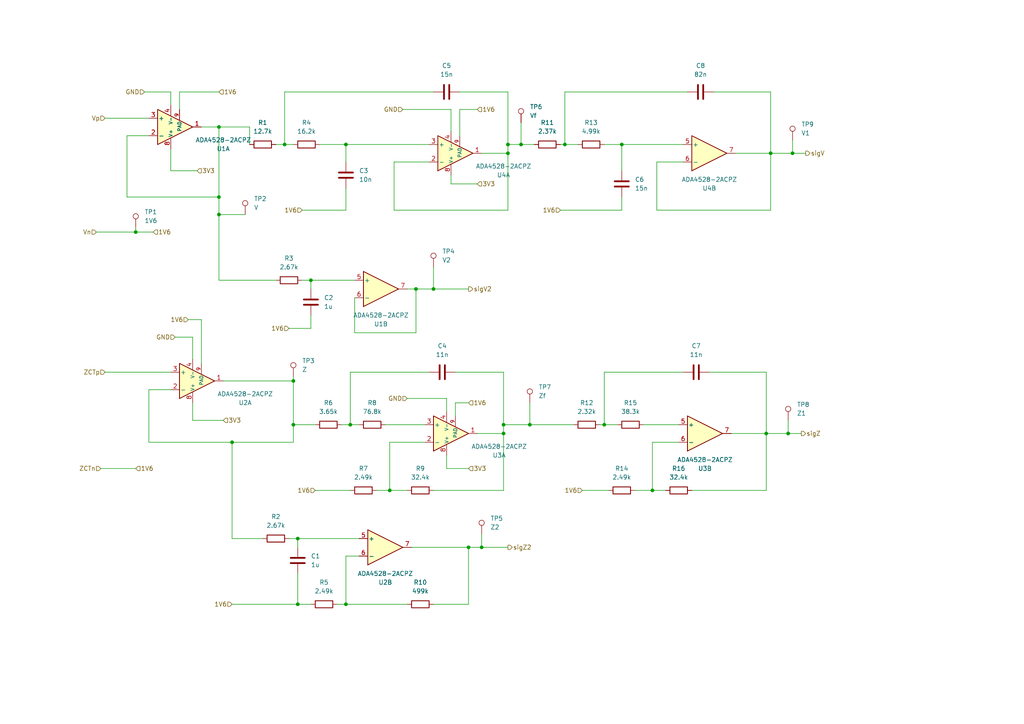
<source format=kicad_sch>
(kicad_sch (version 20231120) (generator "eeschema") (generator_version "8.0")
  (paper "A4")
  (title_block (title "LiveRCMeter") (date "2024-11-24") (company "ktw07182@gmail.com"))
  (lib_symbols
    (symbol "Connector:TestPoint" (pin_numbers hide) (pin_names (offset 0.762) hide)
      (property "Reference" "TP" (at 0 6.858 0))
      (property "Value" "TestPoint" (at 0 5.08 0))
      (symbol "TestPoint_0_1"
        (circle (center 0 3.302) (radius 0.762))
      )
      (symbol "TestPoint_1_1"
        (pin passive line (at 0 0 90) (length 2.54) (name "1") (number "1"))
      )
    )
    (symbol "PCM_Amplifier_Operational_AKL:ADA4528-2ACPZ" (pin_names (offset 0.2))
      (property "Reference" "U" (at 2.54 7.62 0))
      (property "Value" "ADA4528-2ACPZ" (at 2.54 5.08 0))
      (symbol "ADA4528-2ACPZ_0_1"
        (polyline (pts (xy -5.08 5.08) (xy -5.08 -5.08) (xy 5.08 0) (xy -5.08 5.08)) (stroke (width 0.254)) (fill (type background)))
      )
      (symbol "ADA4528-2ACPZ_1_1"
        (pin output line (at 7.62 0 180) (length 2.54) (name "~") (number "1"))
        (pin input line (at -7.62 2.54 0) (length 2.54) (name "-") (number "2"))
        (pin input line (at -7.62 -2.54 0) (length 2.54) (name "+") (number "3"))
        (pin power_in line (at -1.27 -6.35 90) (length 3.18) (name "V-") (number "4"))
        (pin power_in line (at -1.27 6.35 270) (length 3.18) (name "V+") (number "8"))
        (pin power_in line (at 1.27 -5.08 90) (length 3.18) (name "PAD") (number "9"))
      )
      (symbol "ADA4528-2ACPZ_2_1"
        (pin input line (at -7.62 -2.54 0) (length 2.54) (name "+") (number "5"))
        (pin input line (at -7.62 2.54 0) (length 2.54) (name "-") (number "6"))
        (pin output line (at 7.62 0 180) (length 2.54) (name "~") (number "7"))
      )
    )
    (symbol "PCM_Capacitor_AKL:C_0402" (pin_numbers hide) (pin_names (offset 0.254))
      (property "Reference" "C" (at 0.635 2.54 0))
      (property "Value" "C_0402" (at 0.635 -2.54 0))
      (symbol "C_0402_0_1"
        (polyline (pts (xy -2.032 -0.762) (xy 2.032 -0.762)) (stroke (width 0.508)))
        (polyline (pts (xy -2.032 0.762) (xy 2.032 0.762)) (stroke (width 0.508)))
      )
      (symbol "C_0402_0_2"
        (polyline (pts (xy -2.54 -2.54) (xy -0.381 -0.381)))
        (polyline (pts (xy -0.508 -0.508) (xy -1.651 0.635)) (stroke (width 0.508)))
        (polyline (pts (xy -0.508 -0.508) (xy 0.635 -1.651)) (stroke (width 0.508)))
        (polyline (pts (xy 0.381 0.381) (xy 2.54 2.54)))
        (polyline (pts (xy 0.508 0.508) (xy -0.635 1.651)) (stroke (width 0.508)))
        (polyline (pts (xy 0.508 0.508) (xy 1.651 -0.635)) (stroke (width 0.508)))
      )
      (symbol "C_0402_1_1"
        (pin passive line (at 0 3.81 270) (length 2.794) (name "~") (number "1"))
        (pin passive line (at 0 -3.81 90) (length 2.794) (name "~") (number "2"))
      )
      (symbol "C_0402_1_2"
        (pin passive line (at 2.54 2.54 270) (length 0) (name "~") (number "1"))
        (pin passive line (at -2.54 -2.54 90) (length 0) (name "~") (number "2"))
      )
    )
    (symbol "PCM_Resistor_AKL:R_0402" (pin_numbers hide) (pin_names (offset 0))
      (property "Reference" "R" (at 2.54 1.27 0))
      (property "Value" "R_0402" (at 2.54 -1.27 0))
      (symbol "R_0402_0_1"
        (rectangle (start -1.016 2.54) (end 1.016 -2.54) (stroke (width 0.254)))
      )
      (symbol "R_0402_0_2"
        (polyline (pts (xy -2.54 -2.54) (xy -1.524 -1.524)))
        (polyline (pts (xy 1.524 1.524) (xy 2.54 2.54)))
        (polyline (pts (xy 1.524 1.524) (xy 0.889 2.159) (xy -2.159 -0.889) (xy -0.889 -2.159) (xy 2.159 0.889) (xy 1.524 1.524)) (stroke (width 0.254)))
      )
      (symbol "R_0402_1_1"
        (pin passive line (at 0 3.81 270) (length 1.27) (name "~") (number "1"))
        (pin passive line (at 0 -3.81 90) (length 1.27) (name "~") (number "2"))
      )
      (symbol "R_0402_1_2"
        (pin passive line (at 2.54 2.54 180) (length 0) (name "") (number "1"))
        (pin passive line (at -2.54 -2.54 0) (length 0) (name "") (number "2"))
      )
    )
  )
  (junction (at 100.33 41.91))
  (junction (at 86.36 156.21))
  (junction (at 223.52 44.45))
  (junction (at 228.6 125.73))
  (junction (at 151.13 41.91))
  (junction (at 146.05 123.19))
  (junction (at 180.34 41.91))
  (junction (at 147.32 44.45))
  (junction (at 125.73 83.82))
  (junction (at 85.09 123.19))
  (junction (at 175.26 123.19))
  (junction (at 135.89 158.75))
  (junction (at 222.25 125.73))
  (junction (at 86.36 175.26))
  (junction (at 101.6 123.19))
  (junction (at 63.5 36.83))
  (junction (at 85.09 110.49))
  (junction (at 90.17 81.28))
  (junction (at 63.5 57.15))
  (junction (at 229.87 44.45))
  (junction (at 147.32 41.91))
  (junction (at 39.37 67.31))
  (junction (at 120.65 83.82))
  (junction (at 67.31 128.27))
  (junction (at 153.67 123.19))
  (junction (at 146.05 125.73))
  (junction (at 82.55 41.91))
  (junction (at 189.23 142.24))
  (junction (at 163.83 41.91))
  (junction (at 100.33 175.26))
  (junction (at 63.5 62.23))
  (junction (at 139.7 158.75))
  (junction (at 113.03 142.24))
  (wire (pts (xy 222.25 107.95) (xy 222.25 125.73)))
  (wire (pts (xy 39.37 135.89) (xy 29.21 135.89)))
  (wire (pts (xy 72.39 41.91) (xy 72.39 36.83)))
  (wire (pts (xy 76.2 156.21) (xy 67.31 156.21)))
  (wire (pts (xy 102.87 81.28) (xy 90.17 81.28)))
  (wire (pts (xy 147.32 41.91) (xy 151.13 41.91)))
  (wire (pts (xy 102.87 86.36) (xy 102.87 96.52)))
  (wire (pts (xy 222.25 142.24) (xy 222.25 125.73)))
  (wire (pts (xy 146.05 123.19) (xy 146.05 125.73)))
  (wire (pts (xy 49.53 49.53) (xy 57.15 49.53)))
  (wire (pts (xy 119.38 158.75) (xy 135.89 158.75)))
  (wire (pts (xy 133.35 31.75) (xy 133.35 39.37)))
  (wire (pts (xy 162.56 41.91) (xy 163.83 41.91)))
  (wire (pts (xy 97.79 175.26) (xy 100.33 175.26)))
  (wire (pts (xy 67.31 156.21) (xy 67.31 128.27)))
  (wire (pts (xy 146.05 125.73) (xy 138.43 125.73)))
  (wire (pts (xy 100.33 41.91) (xy 124.46 41.91)))
  (wire (pts (xy 100.33 175.26) (xy 118.11 175.26)))
  (wire (pts (xy 163.83 26.67) (xy 163.83 41.91)))
  (wire (pts (xy 36.83 39.37) (xy 36.83 57.15)))
  (wire (pts (xy 41.91 26.67) (xy 49.53 26.67)))
  (wire (pts (xy 180.34 41.91) (xy 198.12 41.91)))
  (wire (pts (xy 114.3 60.96) (xy 147.32 60.96)))
  (wire (pts (xy 99.06 123.19) (xy 101.6 123.19)))
  (wire (pts (xy 90.17 81.28) (xy 90.17 83.82)))
  (wire (pts (xy 113.03 128.27) (xy 113.03 142.24)))
  (wire (pts (xy 86.36 166.37) (xy 86.36 175.26)))
  (wire (pts (xy 175.26 123.19) (xy 179.07 123.19)))
  (wire (pts (xy 90.17 95.25) (xy 90.17 91.44)))
  (wire (pts (xy 113.03 142.24) (xy 118.11 142.24)))
  (wire (pts (xy 223.52 26.67) (xy 223.52 44.45)))
  (wire (pts (xy 130.81 31.75) (xy 130.81 38.1)))
  (wire (pts (xy 135.89 158.75) (xy 139.7 158.75)))
  (wire (pts (xy 67.31 175.26) (xy 86.36 175.26)))
  (wire (pts (xy 63.5 36.83) (xy 58.42 36.83)))
  (wire (pts (xy 138.43 53.34) (xy 130.81 53.34)))
  (wire (pts (xy 125.73 26.67) (xy 82.55 26.67)))
  (wire (pts (xy 125.73 142.24) (xy 146.05 142.24)))
  (wire (pts (xy 129.54 135.89) (xy 135.89 135.89)))
  (wire (pts (xy 50.8 97.79) (xy 55.88 97.79)))
  (wire (pts (xy 139.7 158.75) (xy 147.32 158.75)))
  (wire (pts (xy 198.12 107.95) (xy 175.26 107.95)))
  (wire (pts (xy 147.32 41.91) (xy 147.32 44.45)))
  (wire (pts (xy 92.71 41.91) (xy 100.33 41.91)))
  (wire (pts (xy 58.42 92.71) (xy 58.42 105.41)))
  (wire (pts (xy 205.74 107.95) (xy 222.25 107.95)))
  (wire (pts (xy 54.61 92.71) (xy 58.42 92.71)))
  (wire (pts (xy 100.33 41.91) (xy 100.33 46.99)))
  (wire (pts (xy 63.5 62.23) (xy 63.5 57.15)))
  (wire (pts (xy 30.48 107.95) (xy 49.53 107.95)))
  (wire (pts (xy 49.53 113.03) (xy 43.18 113.03)))
  (wire (pts (xy 153.67 116.84) (xy 153.67 123.19)))
  (wire (pts (xy 125.73 77.47) (xy 125.73 83.82)))
  (wire (pts (xy 63.5 62.23) (xy 71.12 62.23)))
  (wire (pts (xy 198.12 46.99) (xy 190.5 46.99)))
  (wire (pts (xy 116.84 31.75) (xy 130.81 31.75)))
  (wire (pts (xy 101.6 107.95) (xy 101.6 123.19)))
  (wire (pts (xy 180.34 41.91) (xy 180.34 49.53)))
  (wire (pts (xy 118.11 115.57) (xy 129.54 115.57)))
  (wire (pts (xy 175.26 41.91) (xy 180.34 41.91)))
  (wire (pts (xy 124.46 107.95) (xy 101.6 107.95)))
  (wire (pts (xy 101.6 123.19) (xy 104.14 123.19)))
  (wire (pts (xy 207.01 26.67) (xy 223.52 26.67)))
  (wire (pts (xy 91.44 142.24) (xy 101.6 142.24)))
  (wire (pts (xy 135.89 175.26) (xy 125.73 175.26)))
  (wire (pts (xy 135.89 116.84) (xy 132.08 116.84)))
  (wire (pts (xy 129.54 132.08) (xy 129.54 135.89)))
  (wire (pts (xy 113.03 142.24) (xy 109.22 142.24)))
  (wire (pts (xy 229.87 44.45) (xy 233.68 44.45)))
  (wire (pts (xy 175.26 107.95) (xy 175.26 123.19)))
  (wire (pts (xy 153.67 123.19) (xy 166.37 123.19)))
  (wire (pts (xy 100.33 54.61) (xy 100.33 60.96)))
  (wire (pts (xy 176.53 142.24) (xy 168.91 142.24)))
  (wire (pts (xy 189.23 142.24) (xy 193.04 142.24)))
  (wire (pts (xy 64.77 110.49) (xy 85.09 110.49)))
  (wire (pts (xy 102.87 96.52) (xy 120.65 96.52)))
  (wire (pts (xy 63.5 57.15) (xy 63.5 36.83)))
  (wire (pts (xy 196.85 128.27) (xy 189.23 128.27)))
  (wire (pts (xy 190.5 46.99) (xy 190.5 60.96)))
  (wire (pts (xy 190.5 60.96) (xy 223.52 60.96)))
  (wire (pts (xy 72.39 36.83) (xy 63.5 36.83)))
  (wire (pts (xy 83.82 95.25) (xy 90.17 95.25)))
  (wire (pts (xy 104.14 161.29) (xy 100.33 161.29)))
  (wire (pts (xy 49.53 26.67) (xy 49.53 30.48)))
  (wire (pts (xy 85.09 128.27) (xy 85.09 123.19)))
  (wire (pts (xy 200.66 142.24) (xy 222.25 142.24)))
  (wire (pts (xy 189.23 128.27) (xy 189.23 142.24)))
  (wire (pts (xy 146.05 142.24) (xy 146.05 125.73)))
  (wire (pts (xy 222.25 125.73) (xy 228.6 125.73)))
  (wire (pts (xy 133.35 26.67) (xy 147.32 26.67)))
  (wire (pts (xy 125.73 83.82) (xy 135.89 83.82)))
  (wire (pts (xy 139.7 154.94) (xy 139.7 158.75)))
  (wire (pts (xy 222.25 125.73) (xy 212.09 125.73)))
  (wire (pts (xy 223.52 60.96) (xy 223.52 44.45)))
  (wire (pts (xy 120.65 96.52) (xy 120.65 83.82)))
  (wire (pts (xy 186.69 123.19) (xy 196.85 123.19)))
  (wire (pts (xy 43.18 39.37) (xy 36.83 39.37)))
  (wire (pts (xy 151.13 35.56) (xy 151.13 41.91)))
  (wire (pts (xy 86.36 156.21) (xy 104.14 156.21)))
  (wire (pts (xy 87.63 60.96) (xy 100.33 60.96)))
  (wire (pts (xy 80.01 41.91) (xy 82.55 41.91)))
  (wire (pts (xy 120.65 83.82) (xy 118.11 83.82)))
  (wire (pts (xy 27.94 67.31) (xy 39.37 67.31)))
  (wire (pts (xy 180.34 60.96) (xy 180.34 57.15)))
  (wire (pts (xy 36.83 57.15) (xy 63.5 57.15)))
  (wire (pts (xy 123.19 128.27) (xy 113.03 128.27)))
  (wire (pts (xy 43.18 128.27) (xy 67.31 128.27)))
  (wire (pts (xy 146.05 123.19) (xy 153.67 123.19)))
  (wire (pts (xy 43.18 113.03) (xy 43.18 128.27)))
  (wire (pts (xy 163.83 41.91) (xy 167.64 41.91)))
  (wire (pts (xy 146.05 107.95) (xy 146.05 123.19)))
  (wire (pts (xy 85.09 123.19) (xy 91.44 123.19)))
  (wire (pts (xy 120.65 83.82) (xy 125.73 83.82)))
  (wire (pts (xy 86.36 175.26) (xy 90.17 175.26)))
  (wire (pts (xy 162.56 60.96) (xy 180.34 60.96)))
  (wire (pts (xy 85.09 109.22) (xy 85.09 110.49)))
  (wire (pts (xy 189.23 142.24) (xy 184.15 142.24)))
  (wire (pts (xy 147.32 60.96) (xy 147.32 44.45)))
  (wire (pts (xy 55.88 121.92) (xy 64.77 121.92)))
  (wire (pts (xy 111.76 123.19) (xy 123.19 123.19)))
  (wire (pts (xy 132.08 116.84) (xy 132.08 120.65)))
  (wire (pts (xy 151.13 41.91) (xy 154.94 41.91)))
  (wire (pts (xy 49.53 43.18) (xy 49.53 49.53)))
  (wire (pts (xy 138.43 31.75) (xy 133.35 31.75)))
  (wire (pts (xy 129.54 115.57) (xy 129.54 119.38)))
  (wire (pts (xy 55.88 97.79) (xy 55.88 104.14)))
  (wire (pts (xy 223.52 44.45) (xy 229.87 44.45)))
  (wire (pts (xy 90.17 81.28) (xy 87.63 81.28)))
  (wire (pts (xy 82.55 26.67) (xy 82.55 41.91)))
  (wire (pts (xy 63.5 62.23) (xy 63.5 81.28)))
  (wire (pts (xy 86.36 156.21) (xy 83.82 156.21)))
  (wire (pts (xy 229.87 40.64) (xy 229.87 44.45)))
  (wire (pts (xy 147.32 44.45) (xy 139.7 44.45)))
  (wire (pts (xy 39.37 66.04) (xy 39.37 67.31)))
  (wire (pts (xy 55.88 116.84) (xy 55.88 121.92)))
  (wire (pts (xy 100.33 161.29) (xy 100.33 175.26)))
  (wire (pts (xy 114.3 46.99) (xy 114.3 60.96)))
  (wire (pts (xy 67.31 128.27) (xy 85.09 128.27)))
  (wire (pts (xy 147.32 26.67) (xy 147.32 41.91)))
  (wire (pts (xy 82.55 41.91) (xy 85.09 41.91)))
  (wire (pts (xy 85.09 110.49) (xy 85.09 123.19)))
  (wire (pts (xy 199.39 26.67) (xy 163.83 26.67)))
  (wire (pts (xy 86.36 156.21) (xy 86.36 158.75)))
  (wire (pts (xy 80.01 81.28) (xy 63.5 81.28)))
  (wire (pts (xy 135.89 158.75) (xy 135.89 175.26)))
  (wire (pts (xy 124.46 46.99) (xy 114.3 46.99)))
  (wire (pts (xy 52.07 26.67) (xy 52.07 31.75)))
  (wire (pts (xy 228.6 121.92) (xy 228.6 125.73)))
  (wire (pts (xy 39.37 67.31) (xy 44.45 67.31)))
  (wire (pts (xy 132.08 107.95) (xy 146.05 107.95)))
  (wire (pts (xy 130.81 53.34) (xy 130.81 50.8)))
  (wire (pts (xy 63.5 26.67) (xy 52.07 26.67)))
  (wire (pts (xy 30.48 34.29) (xy 43.18 34.29)))
  (wire (pts (xy 173.99 123.19) (xy 175.26 123.19)))
  (wire (pts (xy 228.6 125.73) (xy 232.41 125.73)))
  (wire (pts (xy 223.52 44.45) (xy 213.36 44.45)))
  (hierarchical_label "3V3" (shape input) (at 64.77 121.92 0))
  (hierarchical_label "1V6" (shape input) (at 44.45 67.31 0))
  (hierarchical_label "1V6" (shape input) (at 63.5 26.67 0))
  (hierarchical_label "sigZ" (shape output) (at 232.41 125.73 0))
  (hierarchical_label "3V3" (shape input) (at 135.89 135.89 0))
  (hierarchical_label "GND" (shape input) (at 118.11 115.57 180))
  (hierarchical_label "1V6" (shape input) (at 39.37 135.89 0))
  (hierarchical_label "1V6" (shape input) (at 67.31 175.26 180))
  (hierarchical_label "GND" (shape input) (at 50.8 97.79 180))
  (hierarchical_label "GND" (shape input) (at 116.84 31.75 180))
  (hierarchical_label "sigV2" (shape output) (at 135.89 83.82 0))
  (hierarchical_label "1V6" (shape input) (at 83.82 95.25 180))
  (hierarchical_label "1V6" (shape input) (at 138.43 31.75 0))
  (hierarchical_label "Vp" (shape input) (at 30.48 34.29 180))
  (hierarchical_label "ZCTn" (shape input) (at 29.21 135.89 180))
  (hierarchical_label "1V6" (shape input) (at 91.44 142.24 180))
  (hierarchical_label "1V6" (shape input) (at 54.61 92.71 180))
  (hierarchical_label "ZCTp" (shape input) (at 30.48 107.95 180))
  (hierarchical_label "1V6" (shape input) (at 135.89 116.84 0))
  (hierarchical_label "3V3" (shape input) (at 138.43 53.34 0))
  (hierarchical_label "Vn" (shape input) (at 27.94 67.31 180))
  (hierarchical_label "sigV" (shape output) (at 233.68 44.45 0))
  (hierarchical_label "3V3" (shape input) (at 57.15 49.53 0))
  (hierarchical_label "1V6" (shape input) (at 87.63 60.96 180))
  (hierarchical_label "sigZ2" (shape output) (at 147.32 158.75 0))
  (hierarchical_label "1V6" (shape input) (at 162.56 60.96 180))
  (hierarchical_label "1V6" (shape input) (at 168.91 142.24 180))
  (hierarchical_label "GND" (shape input) (at 41.91 26.67 180))
  (symbol (lib_id "PCM_Resistor_AKL:R_0402") (at 180.34 142.24 90) (unit 1)
    (property "Reference" "R14" (at 180.34 135.89 90))
    (property "Value" "2.49k" (at 180.34 138.43 90))
    (property "Footprint" "PCM_Resistor_SMD_AKL:R_0402_1005Metric" (effects (hide yes)))
    (property "Description" "SMD 0402 Chip Resistor, European Symbol, Alternate KiCad Library" (effects (hide yes)))
  )
  (symbol (lib_id "PCM_Amplifier_Operational_AKL:ADA4528-2ACPZ") (at 205.74 44.45 0) (mirror x) (unit 2)
    (property "Reference" "U4" (at 205.74 54.61 0))
    (property "Value" "ADA4528-2ACPZ" (at 205.74 52.07 0))
    (property "Footprint" "PCM_Package_DFN_QFN_AKL:DFN-8-1EP_3x3mm_P0.5mm_EP1.66x2.38mm" (effects (hide yes)))
    (property "Datasheet" "https://www.tme.eu/Document/d42d21de1e5b8f8fdb77a0b021808479/ADA4528-1_4528-2.pdf" (effects (hide yes)))
    (property "Description" "DFN-8 Dual Auto-Zero RRIO Operational Amplifier, 2.5μV Offset, 15nV/°C Drift, 97nVp-p Noise, 4MHz GBW, Alternate KiCAD Library" (effects (hide yes)))
  )
  (symbol (lib_id "PCM_Capacitor_AKL:C_0402") (at 203.2 26.67 90) (unit 1)
    (property "Reference" "C8" (at 203.2 19.05 90))
    (property "Value" "82n" (at 203.2 21.59 90))
    (property "Footprint" "PCM_Capacitor_SMD_AKL:C_0402_1005Metric" (effects (hide yes)))
    (property "Description" "SMD 0402 MLCC capacitor, Alternate KiCad Library" (effects (hide yes)))
  )
  (symbol (lib_id "PCM_Amplifier_Operational_AKL:ADA4528-2ACPZ") (at 110.49 83.82 0) (mirror x) (unit 2)
    (property "Reference" "U1" (at 110.49 93.98 0))
    (property "Value" "ADA4528-2ACPZ" (at 110.49 91.44 0))
    (property "Footprint" "PCM_Package_DFN_QFN_AKL:DFN-8-1EP_3x3mm_P0.5mm_EP1.66x2.38mm" (effects (hide yes)))
    (property "Datasheet" "https://www.tme.eu/Document/d42d21de1e5b8f8fdb77a0b021808479/ADA4528-1_4528-2.pdf" (effects (hide yes)))
    (property "Description" "DFN-8 Dual Auto-Zero RRIO Operational Amplifier, 2.5μV Offset, 15nV/°C Drift, 97nVp-p Noise, 4MHz GBW, Alternate KiCAD Library" (effects (hide yes)))
  )
  (symbol (lib_id "PCM_Resistor_AKL:R_0402") (at 121.92 175.26 90) (unit 1)
    (property "Reference" "R10" (at 121.92 168.91 90))
    (property "Value" "499k" (at 121.92 171.45 90))
    (property "Footprint" "PCM_Resistor_SMD_AKL:R_0402_1005Metric" (effects (hide yes)))
    (property "Description" "SMD 0402 Chip Resistor, European Symbol, Alternate KiCad Library" (effects (hide yes)))
  )
  (symbol (lib_id "Connector:TestPoint") (at 39.37 66.04 0) (unit 1)
    (property "Reference" "TP1" (at 41.91 61.4679 0) (effects (justify left)))
    (property "Value" "1V6" (at 41.91 64.0079 0) (effects (justify left)))
    (property "Footprint" "TestPoint:TestPoint_Pad_D2.0mm" (effects (hide yes)))
    (property "Description" "test point" (effects (hide yes)))
  )
  (symbol (lib_id "PCM_Capacitor_AKL:C_0402") (at 201.93 107.95 90) (unit 1)
    (property "Reference" "C7" (at 201.93 100.33 90))
    (property "Value" "11n" (at 201.93 102.87 90))
    (property "Footprint" "PCM_Capacitor_SMD_AKL:C_0402_1005Metric" (effects (hide yes)))
    (property "Description" "SMD 0402 MLCC capacitor, Alternate KiCad Library" (effects (hide yes)))
  )
  (symbol (lib_id "PCM_Resistor_AKL:R_0402") (at 83.82 81.28 90) (unit 1)
    (property "Reference" "R3" (at 83.82 74.93 90))
    (property "Value" "2.67k" (at 83.82 77.47 90))
    (property "Footprint" "PCM_Resistor_SMD_AKL:R_0402_1005Metric" (effects (hide yes)))
    (property "Description" "SMD 0402 Chip Resistor, European Symbol, Alternate KiCad Library" (effects (hide yes)))
  )
  (symbol (lib_id "PCM_Capacitor_AKL:C_0402") (at 129.54 26.67 90) (unit 1)
    (property "Reference" "C5" (at 129.54 19.05 90))
    (property "Value" "15n" (at 129.54 21.59 90))
    (property "Footprint" "PCM_Capacitor_SMD_AKL:C_0402_1005Metric" (effects (hide yes)))
    (property "Description" "SMD 0402 MLCC capacitor, Alternate KiCad Library" (effects (hide yes)))
  )
  (symbol (lib_id "PCM_Resistor_AKL:R_0402") (at 93.98 175.26 90) (unit 1)
    (property "Reference" "R5" (at 93.98 168.91 90))
    (property "Value" "2.49k" (at 93.98 171.45 90))
    (property "Footprint" "PCM_Resistor_SMD_AKL:R_0402_1005Metric" (effects (hide yes)))
    (property "Description" "SMD 0402 Chip Resistor, European Symbol, Alternate KiCad Library" (effects (hide yes)))
  )
  (symbol (lib_id "Connector:TestPoint") (at 139.7 154.94 0) (unit 1)
    (property "Reference" "TP5" (at 142.24 150.3679 0) (effects (justify left)))
    (property "Value" "Z2" (at 142.24 152.9079 0) (effects (justify left)))
    (property "Footprint" "TestPoint:TestPoint_Pad_D2.0mm" (effects (hide yes)))
    (property "Description" "test point" (effects (hide yes)))
  )
  (symbol (lib_id "PCM_Resistor_AKL:R_0402") (at 171.45 41.91 90) (unit 1)
    (property "Reference" "R13" (at 171.45 35.56 90))
    (property "Value" "4.99k" (at 171.45 38.1 90))
    (property "Footprint" "PCM_Resistor_SMD_AKL:R_0402_1005Metric" (effects (hide yes)))
    (property "Description" "SMD 0402 Chip Resistor, European Symbol, Alternate KiCad Library" (effects (hide yes)))
  )
  (symbol (lib_id "PCM_Capacitor_AKL:C_0402") (at 180.34 53.34 180) (unit 1)
    (property "Reference" "C6" (at 184.15 52.0699 0) (effects (justify right)))
    (property "Value" "15n" (at 184.15 54.6099 0) (effects (justify right)))
    (property "Footprint" "PCM_Capacitor_SMD_AKL:C_0402_1005Metric" (effects (hide yes)))
    (property "Description" "SMD 0402 MLCC capacitor, Alternate KiCad Library" (effects (hide yes)))
  )
  (symbol (lib_id "PCM_Resistor_AKL:R_0402") (at 107.95 123.19 90) (unit 1)
    (property "Reference" "R8" (at 107.95 116.84 90))
    (property "Value" "76.8k" (at 107.95 119.38 90))
    (property "Footprint" "PCM_Resistor_SMD_AKL:R_0402_1005Metric" (effects (hide yes)))
    (property "Description" "SMD 0402 Chip Resistor, European Symbol, Alternate KiCad Library" (effects (hide yes)))
  )
  (symbol (lib_id "PCM_Resistor_AKL:R_0402") (at 196.85 142.24 90) (unit 1)
    (property "Reference" "R16" (at 196.85 135.89 90))
    (property "Value" "32.4k" (at 196.85 138.43 90))
    (property "Footprint" "PCM_Resistor_SMD_AKL:R_0402_1005Metric" (effects (hide yes)))
    (property "Description" "SMD 0402 Chip Resistor, European Symbol, Alternate KiCad Library" (effects (hide yes)))
  )
  (symbol (lib_id "Connector:TestPoint") (at 151.13 35.56 0) (unit 1)
    (property "Reference" "TP6" (at 153.67 30.9879 0) (effects (justify left)))
    (property "Value" "Vf" (at 153.67 33.5279 0) (effects (justify left)))
    (property "Footprint" "TestPoint:TestPoint_Pad_D2.0mm" (effects (hide yes)))
    (property "Description" "test point" (effects (hide yes)))
  )
  (symbol (lib_id "PCM_Resistor_AKL:R_0402") (at 76.2 41.91 90) (unit 1)
    (property "Reference" "R1" (at 76.2 35.56 90))
    (property "Value" "12.7k" (at 76.2 38.1 90))
    (property "Footprint" "PCM_Resistor_SMD_AKL:R_0402_1005Metric" (effects (hide yes)))
    (property "Description" "SMD 0402 Chip Resistor, European Symbol, Alternate KiCad Library" (effects (hide yes)))
  )
  (symbol (lib_id "Connector:TestPoint") (at 229.87 40.64 0) (unit 1)
    (property "Reference" "TP9" (at 232.41 36.0679 0) (effects (justify left)))
    (property "Value" "V1" (at 232.41 38.6079 0) (effects (justify left)))
    (property "Footprint" "TestPoint:TestPoint_Pad_D2.0mm" (effects (hide yes)))
    (property "Description" "test point" (effects (hide yes)))
  )
  (symbol (lib_id "Connector:TestPoint") (at 71.12 62.23 0) (unit 1)
    (property "Reference" "TP2" (at 73.66 57.6579 0) (effects (justify left)))
    (property "Value" "V" (at 73.66 60.1979 0) (effects (justify left)))
    (property "Footprint" "TestPoint:TestPoint_Pad_D2.0mm" (effects (hide yes)))
    (property "Description" "test point" (effects (hide yes)))
  )
  (symbol (lib_id "PCM_Amplifier_Operational_AKL:ADA4528-2ACPZ") (at 111.76 158.75 0) (mirror x) (unit 2)
    (property "Reference" "U2" (at 111.76 168.91 0))
    (property "Value" "ADA4528-2ACPZ" (at 111.76 166.37 0))
    (property "Footprint" "PCM_Package_DFN_QFN_AKL:DFN-8-1EP_3x3mm_P0.5mm_EP1.66x2.38mm" (effects (hide yes)))
    (property "Datasheet" "https://www.tme.eu/Document/d42d21de1e5b8f8fdb77a0b021808479/ADA4528-1_4528-2.pdf" (effects (hide yes)))
    (property "Description" "DFN-8 Dual Auto-Zero RRIO Operational Amplifier, 2.5μV Offset, 15nV/°C Drift, 97nVp-p Noise, 4MHz GBW, Alternate KiCAD Library" (effects (hide yes)))
  )
  (symbol (lib_id "Connector:TestPoint") (at 153.67 116.84 0) (unit 1)
    (property "Reference" "TP7" (at 156.21 112.2679 0) (effects (justify left)))
    (property "Value" "Zf" (at 156.21 114.8079 0) (effects (justify left)))
    (property "Footprint" "TestPoint:TestPoint_Pad_D2.0mm" (effects (hide yes)))
    (property "Description" "test point" (effects (hide yes)))
  )
  (symbol (lib_id "PCM_Amplifier_Operational_AKL:ADA4528-2ACPZ") (at 132.08 44.45 0) (mirror x) (unit 1)
    (property "Reference" "U4" (at 146.05 50.7686 0))
    (property "Value" "ADA4528-2ACPZ" (at 146.05 48.2286 0))
    (property "Footprint" "PCM_Package_DFN_QFN_AKL:DFN-8-1EP_3x3mm_P0.5mm_EP1.66x2.38mm" (effects (hide yes)))
    (property "Datasheet" "https://www.tme.eu/Document/d42d21de1e5b8f8fdb77a0b021808479/ADA4528-1_4528-2.pdf" (effects (hide yes)))
    (property "Description" "DFN-8 Dual Auto-Zero RRIO Operational Amplifier, 2.5μV Offset, 15nV/°C Drift, 97nVp-p Noise, 4MHz GBW, Alternate KiCAD Library" (effects (hide yes)))
  )
  (symbol (lib_id "PCM_Resistor_AKL:R_0402") (at 158.75 41.91 90) (unit 1)
    (property "Reference" "R11" (at 158.75 35.56 90))
    (property "Value" "2.37k" (at 158.75 38.1 90))
    (property "Footprint" "PCM_Resistor_SMD_AKL:R_0402_1005Metric" (effects (hide yes)))
    (property "Description" "SMD 0402 Chip Resistor, European Symbol, Alternate KiCad Library" (effects (hide yes)))
  )
  (symbol (lib_id "PCM_Amplifier_Operational_AKL:ADA4528-2ACPZ") (at 50.8 36.83 0) (mirror x) (unit 1)
    (property "Reference" "U1" (at 64.77 43.1486 0))
    (property "Value" "ADA4528-2ACPZ" (at 64.77 40.6086 0))
    (property "Footprint" "PCM_Package_DFN_QFN_AKL:DFN-8-1EP_3x3mm_P0.5mm_EP1.66x2.38mm" (effects (hide yes)))
    (property "Datasheet" "https://www.tme.eu/Document/d42d21de1e5b8f8fdb77a0b021808479/ADA4528-1_4528-2.pdf" (effects (hide yes)))
    (property "Description" "DFN-8 Dual Auto-Zero RRIO Operational Amplifier, 2.5μV Offset, 15nV/°C Drift, 97nVp-p Noise, 4MHz GBW, Alternate KiCAD Library" (effects (hide yes)))
  )
  (symbol (lib_id "Connector:TestPoint") (at 125.73 77.47 0) (unit 1)
    (property "Reference" "TP4" (at 128.27 72.8979 0) (effects (justify left)))
    (property "Value" "V2" (at 128.27 75.4379 0) (effects (justify left)))
    (property "Footprint" "TestPoint:TestPoint_Pad_D2.0mm" (effects (hide yes)))
    (property "Description" "test point" (effects (hide yes)))
  )
  (symbol (lib_id "PCM_Capacitor_AKL:C_0402") (at 128.27 107.95 90) (unit 1)
    (property "Reference" "C4" (at 128.27 100.33 90))
    (property "Value" "11n" (at 128.27 102.87 90))
    (property "Footprint" "PCM_Capacitor_SMD_AKL:C_0402_1005Metric" (effects (hide yes)))
    (property "Description" "SMD 0402 MLCC capacitor, Alternate KiCad Library" (effects (hide yes)))
  )
  (symbol (lib_id "PCM_Capacitor_AKL:C_0402") (at 86.36 162.56 180) (unit 1)
    (property "Reference" "C1" (at 90.17 161.2899 0) (effects (justify right)))
    (property "Value" "1u" (at 90.17 163.8299 0) (effects (justify right)))
    (property "Footprint" "PCM_Capacitor_SMD_AKL:C_0402_1005Metric" (effects (hide yes)))
    (property "Description" "SMD 0402 MLCC capacitor, Alternate KiCad Library" (effects (hide yes)))
  )
  (symbol (lib_id "PCM_Amplifier_Operational_AKL:ADA4528-2ACPZ") (at 57.15 110.49 0) (mirror x) (unit 1)
    (property "Reference" "U2" (at 71.12 116.8086 0))
    (property "Value" "ADA4528-2ACPZ" (at 71.12 114.2686 0))
    (property "Footprint" "PCM_Package_DFN_QFN_AKL:DFN-8-1EP_3x3mm_P0.5mm_EP1.66x2.38mm" (effects (hide yes)))
    (property "Datasheet" "https://www.tme.eu/Document/d42d21de1e5b8f8fdb77a0b021808479/ADA4528-1_4528-2.pdf" (effects (hide yes)))
    (property "Description" "DFN-8 Dual Auto-Zero RRIO Operational Amplifier, 2.5μV Offset, 15nV/°C Drift, 97nVp-p Noise, 4MHz GBW, Alternate KiCAD Library" (effects (hide yes)))
  )
  (symbol (lib_id "PCM_Resistor_AKL:R_0402") (at 80.01 156.21 90) (unit 1)
    (property "Reference" "R2" (at 80.01 149.86 90))
    (property "Value" "2.67k" (at 80.01 152.4 90))
    (property "Footprint" "PCM_Resistor_SMD_AKL:R_0402_1005Metric" (effects (hide yes)))
    (property "Description" "SMD 0402 Chip Resistor, European Symbol, Alternate KiCad Library" (effects (hide yes)))
  )
  (symbol (lib_id "PCM_Resistor_AKL:R_0402") (at 95.25 123.19 90) (unit 1)
    (property "Reference" "R6" (at 95.25 116.84 90))
    (property "Value" "3.65k" (at 95.25 119.38 90))
    (property "Footprint" "PCM_Resistor_SMD_AKL:R_0402_1005Metric" (effects (hide yes)))
    (property "Description" "SMD 0402 Chip Resistor, European Symbol, Alternate KiCad Library" (effects (hide yes)))
  )
  (symbol (lib_id "PCM_Resistor_AKL:R_0402") (at 182.88 123.19 90) (unit 1)
    (property "Reference" "R15" (at 182.88 116.84 90))
    (property "Value" "38.3k" (at 182.88 119.38 90))
    (property "Footprint" "PCM_Resistor_SMD_AKL:R_0402_1005Metric" (effects (hide yes)))
    (property "Description" "SMD 0402 Chip Resistor, European Symbol, Alternate KiCad Library" (effects (hide yes)))
  )
  (symbol (lib_id "Connector:TestPoint") (at 85.09 109.22 0) (unit 1)
    (property "Reference" "TP3" (at 87.63 104.6479 0) (effects (justify left)))
    (property "Value" "Z" (at 87.63 107.1879 0) (effects (justify left)))
    (property "Footprint" "TestPoint:TestPoint_Pad_D2.0mm" (effects (hide yes)))
    (property "Description" "test point" (effects (hide yes)))
  )
  (symbol (lib_id "PCM_Amplifier_Operational_AKL:ADA4528-2ACPZ") (at 130.81 125.73 0) (mirror x) (unit 1)
    (property "Reference" "U3" (at 144.78 132.0486 0))
    (property "Value" "ADA4528-2ACPZ" (at 144.78 129.5086 0))
    (property "Footprint" "PCM_Package_DFN_QFN_AKL:DFN-8-1EP_3x3mm_P0.5mm_EP1.66x2.38mm" (effects (hide yes)))
    (property "Datasheet" "https://www.tme.eu/Document/d42d21de1e5b8f8fdb77a0b021808479/ADA4528-1_4528-2.pdf" (effects (hide yes)))
    (property "Description" "DFN-8 Dual Auto-Zero RRIO Operational Amplifier, 2.5μV Offset, 15nV/°C Drift, 97nVp-p Noise, 4MHz GBW, Alternate KiCAD Library" (effects (hide yes)))
  )
  (symbol (lib_id "PCM_Capacitor_AKL:C_0402") (at 90.17 87.63 180) (unit 1)
    (property "Reference" "C2" (at 93.98 86.3599 0) (effects (justify right)))
    (property "Value" "1u" (at 93.98 88.8999 0) (effects (justify right)))
    (property "Footprint" "PCM_Capacitor_SMD_AKL:C_0402_1005Metric" (effects (hide yes)))
    (property "Description" "SMD 0402 MLCC capacitor, Alternate KiCad Library" (effects (hide yes)))
  )
  (symbol (lib_id "PCM_Resistor_AKL:R_0402") (at 88.9 41.91 90) (unit 1)
    (property "Reference" "R4" (at 88.9 35.56 90))
    (property "Value" "16.2k" (at 88.9 38.1 90))
    (property "Footprint" "PCM_Resistor_SMD_AKL:R_0402_1005Metric" (effects (hide yes)))
    (property "Description" "SMD 0402 Chip Resistor, European Symbol, Alternate KiCad Library" (effects (hide yes)))
  )
  (symbol (lib_id "PCM_Amplifier_Operational_AKL:ADA4528-2ACPZ") (at 204.47 125.73 0) (mirror x) (unit 2)
    (property "Reference" "U3" (at 204.47 135.89 0))
    (property "Value" "ADA4528-2ACPZ" (at 204.47 133.35 0))
    (property "Footprint" "PCM_Package_DFN_QFN_AKL:DFN-8-1EP_3x3mm_P0.5mm_EP1.66x2.38mm" (effects (hide yes)))
    (property "Datasheet" "https://www.tme.eu/Document/d42d21de1e5b8f8fdb77a0b021808479/ADA4528-1_4528-2.pdf" (effects (hide yes)))
    (property "Description" "DFN-8 Dual Auto-Zero RRIO Operational Amplifier, 2.5μV Offset, 15nV/°C Drift, 97nVp-p Noise, 4MHz GBW, Alternate KiCAD Library" (effects (hide yes)))
  )
  (symbol (lib_id "Connector:TestPoint") (at 228.6 121.92 0) (unit 1)
    (property "Reference" "TP8" (at 231.14 117.3479 0) (effects (justify left)))
    (property "Value" "Z1" (at 231.14 119.8879 0) (effects (justify left)))
    (property "Footprint" "TestPoint:TestPoint_Pad_D2.0mm" (effects (hide yes)))
    (property "Description" "test point" (effects (hide yes)))
  )
  (symbol (lib_id "PCM_Capacitor_AKL:C_0402") (at 100.33 50.8 180) (unit 1)
    (property "Reference" "C3" (at 104.14 49.5299 0) (effects (justify right)))
    (property "Value" "10n" (at 104.14 52.0699 0) (effects (justify right)))
    (property "Footprint" "PCM_Capacitor_SMD_AKL:C_0402_1005Metric" (effects (hide yes)))
    (property "Description" "SMD 0402 MLCC capacitor, Alternate KiCad Library" (effects (hide yes)))
  )
  (symbol (lib_id "PCM_Resistor_AKL:R_0402") (at 121.92 142.24 90) (unit 1)
    (property "Reference" "R9" (at 121.92 135.89 90))
    (property "Value" "32.4k" (at 121.92 138.43 90))
    (property "Footprint" "PCM_Resistor_SMD_AKL:R_0402_1005Metric" (effects (hide yes)))
    (property "Description" "SMD 0402 Chip Resistor, European Symbol, Alternate KiCad Library" (effects (hide yes)))
  )
  (symbol (lib_id "PCM_Resistor_AKL:R_0402") (at 170.18 123.19 90) (unit 1)
    (property "Reference" "R12" (at 170.18 116.84 90))
    (property "Value" "2.32k" (at 170.18 119.38 90))
    (property "Footprint" "PCM_Resistor_SMD_AKL:R_0402_1005Metric" (effects (hide yes)))
    (property "Description" "SMD 0402 Chip Resistor, European Symbol, Alternate KiCad Library" (effects (hide yes)))
  )
  (symbol (lib_id "PCM_Resistor_AKL:R_0402") (at 105.41 142.24 90) (unit 1)
    (property "Reference" "R7" (at 105.41 135.89 90))
    (property "Value" "2.49k" (at 105.41 138.43 90))
    (property "Footprint" "PCM_Resistor_SMD_AKL:R_0402_1005Metric" (effects (hide yes)))
    (property "Description" "SMD 0402 Chip Resistor, European Symbol, Alternate KiCad Library" (effects (hide yes)))
  )
)
</source>
